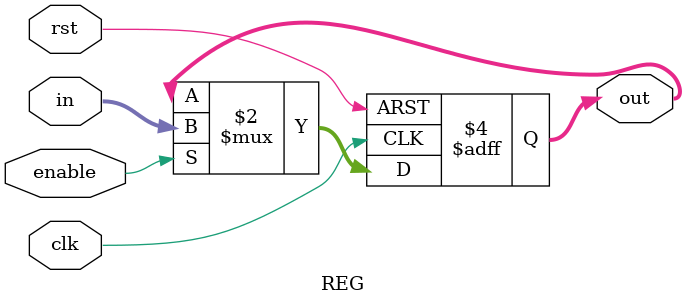
<source format=v>
module REG (
    input enable, clk, rst,
    input [31:0] in,
    output reg [31:0] out
); 
    always @(posedge clk, posedge rst) begin
        if (rst) out <= 32'b0;
        else begin  
            if (enable) out <= in;
        end
    end
endmodule

</source>
